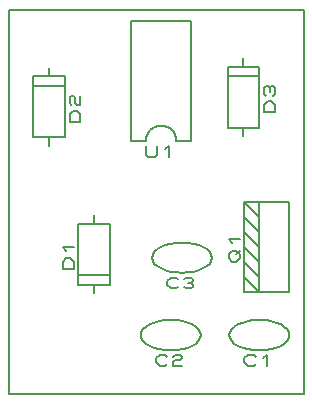
<source format=gbr>
G04 PROTEUS GERBER X2 FILE*
%TF.GenerationSoftware,Labcenter,Proteus,8.10-SP3-Build29560*%
%TF.CreationDate,2021-11-08T14:01:37+00:00*%
%TF.FileFunction,Legend,Top*%
%TF.FilePolarity,Positive*%
%TF.Part,Single*%
%TF.SameCoordinates,{7c1fb083-864a-452a-ad60-76d9de97a9ee}*%
%FSLAX45Y45*%
%MOMM*%
G01*
%TA.AperFunction,Profile*%
%ADD15C,0.203200*%
%TA.AperFunction,Material*%
%ADD16C,0.203200*%
%TD.AperFunction*%
D15*
X-3250000Y+1750000D02*
X-750000Y+1750000D01*
X-750000Y+5000000D01*
X-3250000Y+5000000D01*
X-3250000Y+1750000D01*
D16*
X-2087000Y+3893000D02*
X-2214000Y+3893000D01*
X-2214000Y+4909000D01*
X-1706000Y+4909000D01*
X-1706000Y+3893000D01*
X-1833000Y+3893000D01*
X-1960000Y+4020000D02*
X-1985876Y+4017564D01*
X-2009848Y+4010515D01*
X-2031438Y+3999238D01*
X-2050170Y+3984122D01*
X-2065569Y+3965554D01*
X-2077158Y+3943919D01*
X-2084460Y+3919606D01*
X-2087000Y+3893000D01*
X-1960000Y+4020000D02*
X-1933394Y+4017564D01*
X-1909081Y+4010515D01*
X-1887446Y+3999238D01*
X-1868878Y+3984122D01*
X-1853762Y+3965554D01*
X-1842485Y+3943919D01*
X-1835436Y+3919606D01*
X-1833000Y+3893000D01*
X-2087000Y+3852360D02*
X-2087000Y+3776160D01*
X-2071125Y+3760920D01*
X-2007625Y+3760920D01*
X-1991750Y+3776160D01*
X-1991750Y+3852360D01*
X-1928250Y+3821880D02*
X-1896500Y+3852360D01*
X-1896500Y+3760920D01*
X-1623000Y+2250000D02*
X-1628080Y+2224124D01*
X-1642685Y+2200152D01*
X-1665862Y+2178562D01*
X-1696660Y+2159830D01*
X-1734125Y+2144431D01*
X-1777305Y+2132842D01*
X-1825248Y+2125540D01*
X-1877000Y+2123000D01*
X-2131000Y+2250000D02*
X-2125920Y+2224124D01*
X-2111315Y+2200152D01*
X-2088138Y+2178562D01*
X-2057340Y+2159830D01*
X-2019875Y+2144431D01*
X-1976695Y+2132842D01*
X-1928752Y+2125540D01*
X-1877000Y+2123000D01*
X-1623000Y+2250000D02*
X-1628080Y+2275876D01*
X-1642685Y+2299848D01*
X-1665862Y+2321438D01*
X-1696660Y+2340170D01*
X-1734125Y+2355569D01*
X-1777305Y+2367158D01*
X-1825248Y+2374460D01*
X-1877000Y+2377000D01*
X-2131000Y+2250000D02*
X-2125920Y+2275876D01*
X-2111315Y+2299848D01*
X-2088138Y+2321438D01*
X-2057340Y+2340170D01*
X-2019875Y+2355569D01*
X-1976695Y+2367158D01*
X-1928752Y+2374460D01*
X-1877000Y+2377000D01*
X-1908750Y+2006160D02*
X-1924625Y+1990920D01*
X-1972250Y+1990920D01*
X-2004000Y+2021400D01*
X-2004000Y+2051880D01*
X-1972250Y+2082360D01*
X-1924625Y+2082360D01*
X-1908750Y+2067120D01*
X-1861125Y+2067120D02*
X-1845250Y+2082360D01*
X-1797625Y+2082360D01*
X-1781750Y+2067120D01*
X-1781750Y+2051880D01*
X-1797625Y+2036640D01*
X-1845250Y+2036640D01*
X-1861125Y+2021400D01*
X-1861125Y+1990920D01*
X-1781750Y+1990920D01*
X-1528000Y+2905000D02*
X-1533080Y+2879124D01*
X-1547685Y+2855152D01*
X-1570862Y+2833562D01*
X-1601660Y+2814830D01*
X-1639125Y+2799431D01*
X-1682305Y+2787842D01*
X-1730248Y+2780540D01*
X-1782000Y+2778000D01*
X-2036000Y+2905000D02*
X-2030920Y+2879124D01*
X-2016315Y+2855152D01*
X-1993138Y+2833562D01*
X-1962340Y+2814830D01*
X-1924875Y+2799431D01*
X-1881695Y+2787842D01*
X-1833752Y+2780540D01*
X-1782000Y+2778000D01*
X-1528000Y+2905000D02*
X-1533080Y+2930876D01*
X-1547685Y+2954848D01*
X-1570862Y+2976438D01*
X-1601660Y+2995170D01*
X-1639125Y+3010569D01*
X-1682305Y+3022158D01*
X-1730248Y+3029460D01*
X-1782000Y+3032000D01*
X-2036000Y+2905000D02*
X-2030920Y+2930876D01*
X-2016315Y+2954848D01*
X-1993138Y+2976438D01*
X-1962340Y+2995170D01*
X-1924875Y+3010569D01*
X-1881695Y+3022158D01*
X-1833752Y+3029460D01*
X-1782000Y+3032000D01*
X-1813750Y+2661160D02*
X-1829625Y+2645920D01*
X-1877250Y+2645920D01*
X-1909000Y+2676400D01*
X-1909000Y+2706880D01*
X-1877250Y+2737360D01*
X-1829625Y+2737360D01*
X-1813750Y+2722120D01*
X-1766125Y+2722120D02*
X-1750250Y+2737360D01*
X-1702625Y+2737360D01*
X-1686750Y+2722120D01*
X-1686750Y+2706880D01*
X-1702625Y+2691640D01*
X-1686750Y+2676400D01*
X-1686750Y+2661160D01*
X-1702625Y+2645920D01*
X-1750250Y+2645920D01*
X-1766125Y+2661160D01*
X-1734375Y+2691640D02*
X-1702625Y+2691640D01*
X-2658620Y+2673920D02*
X-2391920Y+2673920D01*
X-2391920Y+3192080D01*
X-2658620Y+3192080D01*
X-2658620Y+2673920D01*
X-2656080Y+2755200D02*
X-2394460Y+2755200D01*
X-2524000Y+2602800D02*
X-2524000Y+2673920D01*
X-2524000Y+3192080D02*
X-2524000Y+3263200D01*
X-2699260Y+2806000D02*
X-2790700Y+2806000D01*
X-2790700Y+2869500D01*
X-2760220Y+2901250D01*
X-2729740Y+2901250D01*
X-2699260Y+2869500D01*
X-2699260Y+2806000D01*
X-2760220Y+2964750D02*
X-2790700Y+2996500D01*
X-2699260Y+2996500D01*
X-3041080Y+3923920D02*
X-2774380Y+3923920D01*
X-2774380Y+4442080D01*
X-3041080Y+4442080D01*
X-3041080Y+3923920D01*
X-2776920Y+4360800D02*
X-3038540Y+4360800D01*
X-2909000Y+4513200D02*
X-2909000Y+4442080D01*
X-2909000Y+3923920D02*
X-2909000Y+3852800D01*
X-2642300Y+4056000D02*
X-2733740Y+4056000D01*
X-2733740Y+4119500D01*
X-2703260Y+4151250D01*
X-2672780Y+4151250D01*
X-2642300Y+4119500D01*
X-2642300Y+4056000D01*
X-2718500Y+4198875D02*
X-2733740Y+4214750D01*
X-2733740Y+4262375D01*
X-2718500Y+4278250D01*
X-2703260Y+4278250D01*
X-2688020Y+4262375D01*
X-2688020Y+4214750D01*
X-2672780Y+4198875D01*
X-2642300Y+4198875D01*
X-2642300Y+4278250D01*
X-1394080Y+4002920D02*
X-1127380Y+4002920D01*
X-1127380Y+4521080D01*
X-1394080Y+4521080D01*
X-1394080Y+4002920D01*
X-1129920Y+4439800D02*
X-1391540Y+4439800D01*
X-1262000Y+4592200D02*
X-1262000Y+4521080D01*
X-1262000Y+4002920D02*
X-1262000Y+3931800D01*
X-995300Y+4135000D02*
X-1086740Y+4135000D01*
X-1086740Y+4198500D01*
X-1056260Y+4230250D01*
X-1025780Y+4230250D01*
X-995300Y+4198500D01*
X-995300Y+4135000D01*
X-1071500Y+4277875D02*
X-1086740Y+4293750D01*
X-1086740Y+4341375D01*
X-1071500Y+4357250D01*
X-1056260Y+4357250D01*
X-1041020Y+4341375D01*
X-1025780Y+4357250D01*
X-1010540Y+4357250D01*
X-995300Y+4341375D01*
X-995300Y+4293750D01*
X-1010540Y+4277875D01*
X-1041020Y+4309625D02*
X-1041020Y+4341375D01*
X-1127000Y+2615000D02*
X-873000Y+2615000D01*
X-873000Y+3377000D01*
X-1127000Y+3377000D01*
X-1127000Y+2615000D01*
X-1254000Y+2615000D01*
X-1254000Y+3377000D01*
X-1127000Y+3377000D01*
X-1127000Y+2615000D02*
X-1254000Y+2742000D01*
X-1127000Y+2742000D02*
X-1254000Y+2869000D01*
X-1127000Y+2869000D02*
X-1254000Y+2996000D01*
X-1127000Y+2996000D02*
X-1254000Y+3123000D01*
X-1127000Y+3123000D02*
X-1254000Y+3250000D01*
X-1127000Y+3250000D02*
X-1254000Y+3377000D01*
X-1355600Y+2869000D02*
X-1386080Y+2900750D01*
X-1386080Y+2932500D01*
X-1355600Y+2964250D01*
X-1325120Y+2964250D01*
X-1294640Y+2932500D01*
X-1294640Y+2900750D01*
X-1325120Y+2869000D01*
X-1355600Y+2869000D01*
X-1325120Y+2932500D02*
X-1294640Y+2964250D01*
X-1355600Y+3027750D02*
X-1386080Y+3059500D01*
X-1294640Y+3059500D01*
X-873000Y+2250000D02*
X-878080Y+2224124D01*
X-892685Y+2200152D01*
X-915862Y+2178562D01*
X-946660Y+2159830D01*
X-984125Y+2144431D01*
X-1027305Y+2132842D01*
X-1075248Y+2125540D01*
X-1127000Y+2123000D01*
X-1381000Y+2250000D02*
X-1375920Y+2224124D01*
X-1361315Y+2200152D01*
X-1338138Y+2178562D01*
X-1307340Y+2159830D01*
X-1269875Y+2144431D01*
X-1226695Y+2132842D01*
X-1178752Y+2125540D01*
X-1127000Y+2123000D01*
X-873000Y+2250000D02*
X-878080Y+2275876D01*
X-892685Y+2299848D01*
X-915862Y+2321438D01*
X-946660Y+2340170D01*
X-984125Y+2355569D01*
X-1027305Y+2367158D01*
X-1075248Y+2374460D01*
X-1127000Y+2377000D01*
X-1381000Y+2250000D02*
X-1375920Y+2275876D01*
X-1361315Y+2299848D01*
X-1338138Y+2321438D01*
X-1307340Y+2340170D01*
X-1269875Y+2355569D01*
X-1226695Y+2367158D01*
X-1178752Y+2374460D01*
X-1127000Y+2377000D01*
X-1158750Y+2006160D02*
X-1174625Y+1990920D01*
X-1222250Y+1990920D01*
X-1254000Y+2021400D01*
X-1254000Y+2051880D01*
X-1222250Y+2082360D01*
X-1174625Y+2082360D01*
X-1158750Y+2067120D01*
X-1095250Y+2051880D02*
X-1063500Y+2082360D01*
X-1063500Y+1990920D01*
M02*

</source>
